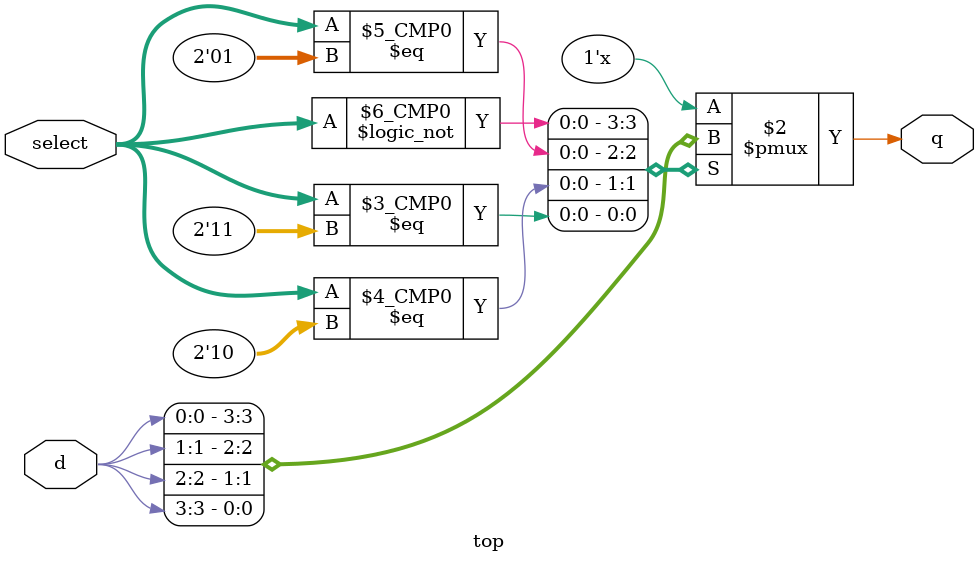
<source format=v>
module top(select, d, q);
 input [1:0] select;
 input [3:0] d;
 output q;
 reg q;
 integer t;
 wire [1:0] select;
 wire [3:0] d;
 always @(select or d)
 begin
   case(select)
    0: q = d[0];
    1: q = d[1];
    2: q = d[2];
    3: q = d[3];
   endcase
 end
endmodule

</source>
